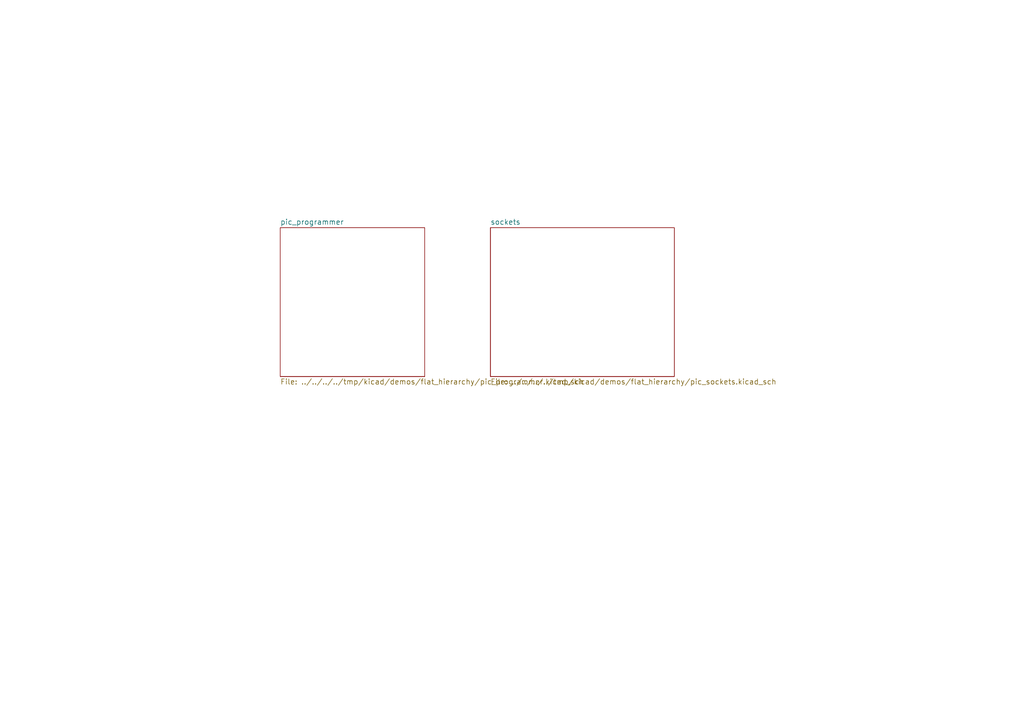
<source format=kicad_sch>
(kicad_sch (version 20230121) (generator eeschema)
  (paper "A4")
  (title_block (date "Sun 22 Mar 2015") (rev "1"))
  (lib_symbols)
  (sheet (at 81.28 66.04) (size 41.91 43.18)
    (property "Sheetname" "pic_programmer" (at 81.28 65.2775 0) (effects (font (size 1.524 1.524)) (justify left bottom)))
    (property "Sheetfile" "../../../../tmp/kicad/demos/flat_hierarchy/pic_programmer.kicad_sch" (at 81.28 109.8301 0) (effects (font (size 1.524 1.524)) (justify left top)))
  )
  (sheet (at 142.24 66.04) (size 53.34 43.18)
    (property "Sheetname" "sockets" (at 142.24 65.2775 0) (effects (font (size 1.524 1.524)) (justify left bottom)))
    (property "Sheetfile" "../../../../tmp/kicad/demos/flat_hierarchy/pic_sockets.kicad_sch" (at 142.24 109.8301 0) (effects (font (size 1.524 1.524)) (justify left top)))
  )
)
</source>
